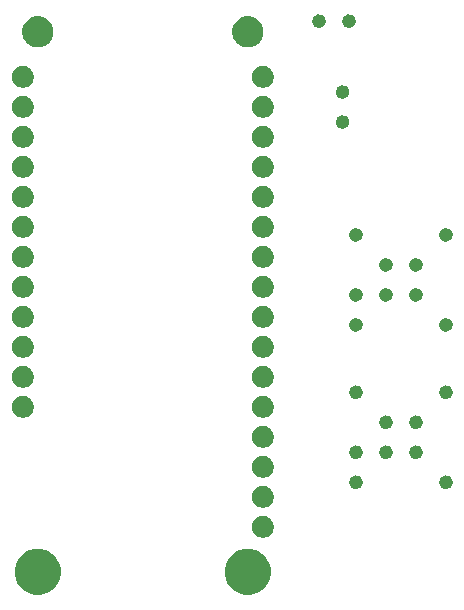
<source format=gbs>
G04 #@! TF.GenerationSoftware,KiCad,Pcbnew,(5.1.0)-1*
G04 #@! TF.CreationDate,2019-11-28T11:04:33+01:00*
G04 #@! TF.ProjectId,main_PCB_3,6d61696e-5f50-4434-925f-332e6b696361,rev?*
G04 #@! TF.SameCoordinates,Original*
G04 #@! TF.FileFunction,Soldermask,Bot*
G04 #@! TF.FilePolarity,Negative*
%FSLAX46Y46*%
G04 Gerber Fmt 4.6, Leading zero omitted, Abs format (unit mm)*
G04 Created by KiCad (PCBNEW (5.1.0)-1) date 2019-11-28 11:04:33*
%MOMM*%
%LPD*%
G04 APERTURE LIST*
%ADD10C,0.600000*%
%ADD11C,0.100000*%
G04 APERTURE END LIST*
D10*
X168840000Y-50000000D02*
G75*
G03X168840000Y-50000000I-300000J0D01*
G01*
X166300000Y-50000000D02*
G75*
G03X166300000Y-50000000I-300000J0D01*
G01*
X168300000Y-56000000D02*
G75*
G03X168300000Y-56000000I-300000J0D01*
G01*
X168300000Y-58540000D02*
G75*
G03X168300000Y-58540000I-300000J0D01*
G01*
X174510000Y-73180000D02*
G75*
G03X174510000Y-73180000I-300000J0D01*
G01*
X171970000Y-73180000D02*
G75*
G03X171970000Y-73180000I-300000J0D01*
G01*
X169430000Y-73180000D02*
G75*
G03X169430000Y-73180000I-300000J0D01*
G01*
X174510000Y-70640000D02*
G75*
G03X174510000Y-70640000I-300000J0D01*
G01*
X171970000Y-70640000D02*
G75*
G03X171970000Y-70640000I-300000J0D01*
G01*
X169430000Y-68100000D02*
G75*
G03X169430000Y-68100000I-300000J0D01*
G01*
X177050000Y-68100000D02*
G75*
G03X177050000Y-68100000I-300000J0D01*
G01*
X177050000Y-75720000D02*
G75*
G03X177050000Y-75720000I-300000J0D01*
G01*
X169430000Y-75720000D02*
G75*
G03X169430000Y-75720000I-300000J0D01*
G01*
X177050000Y-81420000D02*
G75*
G03X177050000Y-81420000I-300000J0D01*
G01*
X169430000Y-81420000D02*
G75*
G03X169430000Y-81420000I-300000J0D01*
G01*
X171970000Y-83960000D02*
G75*
G03X171970000Y-83960000I-300000J0D01*
G01*
X174510000Y-83960000D02*
G75*
G03X174510000Y-83960000I-300000J0D01*
G01*
X174510000Y-86500000D02*
G75*
G03X174510000Y-86500000I-300000J0D01*
G01*
X171970000Y-86500000D02*
G75*
G03X171970000Y-86500000I-300000J0D01*
G01*
X169430000Y-86500000D02*
G75*
G03X169430000Y-86500000I-300000J0D01*
G01*
X169430000Y-89040000D02*
G75*
G03X169430000Y-89040000I-300000J0D01*
G01*
X177050000Y-89040000D02*
G75*
G03X177050000Y-89040000I-300000J0D01*
G01*
D11*
G36*
X160414579Y-94714112D02*
G01*
X160540544Y-94739168D01*
X160687991Y-94800243D01*
X160896512Y-94886615D01*
X160896513Y-94886616D01*
X161216877Y-95100676D01*
X161489324Y-95373123D01*
X161632355Y-95587184D01*
X161703385Y-95693488D01*
X161850832Y-96049457D01*
X161926000Y-96427349D01*
X161926000Y-96812651D01*
X161850832Y-97190543D01*
X161703385Y-97546512D01*
X161703384Y-97546513D01*
X161489324Y-97866877D01*
X161216877Y-98139324D01*
X161002816Y-98282355D01*
X160896512Y-98353385D01*
X160687991Y-98439757D01*
X160540544Y-98500832D01*
X160414579Y-98525888D01*
X160162651Y-98576000D01*
X159777349Y-98576000D01*
X159525421Y-98525888D01*
X159399456Y-98500832D01*
X159252009Y-98439757D01*
X159043488Y-98353385D01*
X158937184Y-98282355D01*
X158723123Y-98139324D01*
X158450676Y-97866877D01*
X158236616Y-97546513D01*
X158236615Y-97546512D01*
X158089168Y-97190543D01*
X158014000Y-96812651D01*
X158014000Y-96427349D01*
X158089168Y-96049457D01*
X158236615Y-95693488D01*
X158307645Y-95587184D01*
X158450676Y-95373123D01*
X158723123Y-95100676D01*
X159043487Y-94886616D01*
X159043488Y-94886615D01*
X159252009Y-94800243D01*
X159399456Y-94739168D01*
X159525421Y-94714112D01*
X159777349Y-94664000D01*
X160162651Y-94664000D01*
X160414579Y-94714112D01*
X160414579Y-94714112D01*
G37*
G36*
X142634579Y-94714112D02*
G01*
X142760544Y-94739168D01*
X142907991Y-94800243D01*
X143116512Y-94886615D01*
X143116513Y-94886616D01*
X143436877Y-95100676D01*
X143709324Y-95373123D01*
X143852355Y-95587184D01*
X143923385Y-95693488D01*
X144070832Y-96049457D01*
X144146000Y-96427349D01*
X144146000Y-96812651D01*
X144070832Y-97190543D01*
X143923385Y-97546512D01*
X143923384Y-97546513D01*
X143709324Y-97866877D01*
X143436877Y-98139324D01*
X143222816Y-98282355D01*
X143116512Y-98353385D01*
X142907991Y-98439757D01*
X142760544Y-98500832D01*
X142634579Y-98525888D01*
X142382651Y-98576000D01*
X141997349Y-98576000D01*
X141745421Y-98525888D01*
X141619456Y-98500832D01*
X141472009Y-98439757D01*
X141263488Y-98353385D01*
X141157184Y-98282355D01*
X140943123Y-98139324D01*
X140670676Y-97866877D01*
X140456616Y-97546513D01*
X140456615Y-97546512D01*
X140309168Y-97190543D01*
X140234000Y-96812651D01*
X140234000Y-96427349D01*
X140309168Y-96049457D01*
X140456615Y-95693488D01*
X140527645Y-95587184D01*
X140670676Y-95373123D01*
X140943123Y-95100676D01*
X141263487Y-94886616D01*
X141263488Y-94886615D01*
X141472009Y-94800243D01*
X141619456Y-94739168D01*
X141745421Y-94714112D01*
X141997349Y-94664000D01*
X142382651Y-94664000D01*
X142634579Y-94714112D01*
X142634579Y-94714112D01*
G37*
G36*
X161514187Y-91906123D02*
G01*
X161685255Y-91976982D01*
X161685257Y-91976983D01*
X161762758Y-92028768D01*
X161839214Y-92079854D01*
X161970146Y-92210786D01*
X162073018Y-92364745D01*
X162143877Y-92535813D01*
X162180000Y-92717417D01*
X162180000Y-92902583D01*
X162143877Y-93084187D01*
X162073018Y-93255255D01*
X162073017Y-93255257D01*
X161970145Y-93409215D01*
X161839215Y-93540145D01*
X161685257Y-93643017D01*
X161685256Y-93643018D01*
X161685255Y-93643018D01*
X161514187Y-93713877D01*
X161332583Y-93750000D01*
X161147417Y-93750000D01*
X160965813Y-93713877D01*
X160794745Y-93643018D01*
X160794744Y-93643018D01*
X160794743Y-93643017D01*
X160640785Y-93540145D01*
X160509855Y-93409215D01*
X160406983Y-93255257D01*
X160406982Y-93255255D01*
X160336123Y-93084187D01*
X160300000Y-92902583D01*
X160300000Y-92717417D01*
X160336123Y-92535813D01*
X160406982Y-92364745D01*
X160509854Y-92210786D01*
X160640786Y-92079854D01*
X160717242Y-92028768D01*
X160794743Y-91976983D01*
X160794745Y-91976982D01*
X160965813Y-91906123D01*
X161147417Y-91870000D01*
X161332583Y-91870000D01*
X161514187Y-91906123D01*
X161514187Y-91906123D01*
G37*
G36*
X161514187Y-89366123D02*
G01*
X161685255Y-89436982D01*
X161685257Y-89436983D01*
X161762758Y-89488768D01*
X161839214Y-89539854D01*
X161970146Y-89670786D01*
X162073018Y-89824745D01*
X162143877Y-89995813D01*
X162180000Y-90177417D01*
X162180000Y-90362583D01*
X162143877Y-90544187D01*
X162073018Y-90715255D01*
X162073017Y-90715257D01*
X161970145Y-90869215D01*
X161839215Y-91000145D01*
X161685257Y-91103017D01*
X161685256Y-91103018D01*
X161685255Y-91103018D01*
X161514187Y-91173877D01*
X161332583Y-91210000D01*
X161147417Y-91210000D01*
X160965813Y-91173877D01*
X160794745Y-91103018D01*
X160794744Y-91103018D01*
X160794743Y-91103017D01*
X160640785Y-91000145D01*
X160509855Y-90869215D01*
X160406983Y-90715257D01*
X160406982Y-90715255D01*
X160336123Y-90544187D01*
X160300000Y-90362583D01*
X160300000Y-90177417D01*
X160336123Y-89995813D01*
X160406982Y-89824745D01*
X160509854Y-89670786D01*
X160640786Y-89539854D01*
X160717242Y-89488768D01*
X160794743Y-89436983D01*
X160794745Y-89436982D01*
X160965813Y-89366123D01*
X161147417Y-89330000D01*
X161332583Y-89330000D01*
X161514187Y-89366123D01*
X161514187Y-89366123D01*
G37*
G36*
X161514187Y-86826123D02*
G01*
X161685255Y-86896982D01*
X161685257Y-86896983D01*
X161762758Y-86948768D01*
X161839214Y-86999854D01*
X161970146Y-87130786D01*
X162073018Y-87284745D01*
X162143877Y-87455813D01*
X162180000Y-87637417D01*
X162180000Y-87822583D01*
X162143877Y-88004187D01*
X162073018Y-88175255D01*
X162073017Y-88175257D01*
X161970145Y-88329215D01*
X161839215Y-88460145D01*
X161685257Y-88563017D01*
X161685256Y-88563018D01*
X161685255Y-88563018D01*
X161514187Y-88633877D01*
X161332583Y-88670000D01*
X161147417Y-88670000D01*
X160965813Y-88633877D01*
X160794745Y-88563018D01*
X160794744Y-88563018D01*
X160794743Y-88563017D01*
X160640785Y-88460145D01*
X160509855Y-88329215D01*
X160406983Y-88175257D01*
X160406982Y-88175255D01*
X160336123Y-88004187D01*
X160300000Y-87822583D01*
X160300000Y-87637417D01*
X160336123Y-87455813D01*
X160406982Y-87284745D01*
X160509854Y-87130786D01*
X160640786Y-86999854D01*
X160717242Y-86948768D01*
X160794743Y-86896983D01*
X160794745Y-86896982D01*
X160965813Y-86826123D01*
X161147417Y-86790000D01*
X161332583Y-86790000D01*
X161514187Y-86826123D01*
X161514187Y-86826123D01*
G37*
G36*
X161514187Y-84286123D02*
G01*
X161685255Y-84356982D01*
X161685257Y-84356983D01*
X161762758Y-84408768D01*
X161839214Y-84459854D01*
X161970146Y-84590786D01*
X162073018Y-84744745D01*
X162143877Y-84915813D01*
X162180000Y-85097417D01*
X162180000Y-85282583D01*
X162143877Y-85464187D01*
X162073018Y-85635255D01*
X162073017Y-85635257D01*
X161970145Y-85789215D01*
X161839215Y-85920145D01*
X161685257Y-86023017D01*
X161685256Y-86023018D01*
X161685255Y-86023018D01*
X161514187Y-86093877D01*
X161332583Y-86130000D01*
X161147417Y-86130000D01*
X160965813Y-86093877D01*
X160794745Y-86023018D01*
X160794744Y-86023018D01*
X160794743Y-86023017D01*
X160640785Y-85920145D01*
X160509855Y-85789215D01*
X160406983Y-85635257D01*
X160406982Y-85635255D01*
X160336123Y-85464187D01*
X160300000Y-85282583D01*
X160300000Y-85097417D01*
X160336123Y-84915813D01*
X160406982Y-84744745D01*
X160509854Y-84590786D01*
X160640786Y-84459854D01*
X160717242Y-84408768D01*
X160794743Y-84356983D01*
X160794745Y-84356982D01*
X160965813Y-84286123D01*
X161147417Y-84250000D01*
X161332583Y-84250000D01*
X161514187Y-84286123D01*
X161514187Y-84286123D01*
G37*
G36*
X141194187Y-81746123D02*
G01*
X141365255Y-81816982D01*
X141365257Y-81816983D01*
X141442758Y-81868768D01*
X141519214Y-81919854D01*
X141650146Y-82050786D01*
X141753018Y-82204745D01*
X141823877Y-82375813D01*
X141860000Y-82557417D01*
X141860000Y-82742583D01*
X141823877Y-82924187D01*
X141753018Y-83095255D01*
X141753017Y-83095257D01*
X141650145Y-83249215D01*
X141519215Y-83380145D01*
X141365257Y-83483017D01*
X141365256Y-83483018D01*
X141365255Y-83483018D01*
X141194187Y-83553877D01*
X141012583Y-83590000D01*
X140827417Y-83590000D01*
X140645813Y-83553877D01*
X140474745Y-83483018D01*
X140474744Y-83483018D01*
X140474743Y-83483017D01*
X140320785Y-83380145D01*
X140189855Y-83249215D01*
X140086983Y-83095257D01*
X140086982Y-83095255D01*
X140016123Y-82924187D01*
X139980000Y-82742583D01*
X139980000Y-82557417D01*
X140016123Y-82375813D01*
X140086982Y-82204745D01*
X140189854Y-82050786D01*
X140320786Y-81919854D01*
X140397242Y-81868768D01*
X140474743Y-81816983D01*
X140474745Y-81816982D01*
X140645813Y-81746123D01*
X140827417Y-81710000D01*
X141012583Y-81710000D01*
X141194187Y-81746123D01*
X141194187Y-81746123D01*
G37*
G36*
X161514187Y-81746123D02*
G01*
X161685255Y-81816982D01*
X161685257Y-81816983D01*
X161762758Y-81868768D01*
X161839214Y-81919854D01*
X161970146Y-82050786D01*
X162073018Y-82204745D01*
X162143877Y-82375813D01*
X162180000Y-82557417D01*
X162180000Y-82742583D01*
X162143877Y-82924187D01*
X162073018Y-83095255D01*
X162073017Y-83095257D01*
X161970145Y-83249215D01*
X161839215Y-83380145D01*
X161685257Y-83483017D01*
X161685256Y-83483018D01*
X161685255Y-83483018D01*
X161514187Y-83553877D01*
X161332583Y-83590000D01*
X161147417Y-83590000D01*
X160965813Y-83553877D01*
X160794745Y-83483018D01*
X160794744Y-83483018D01*
X160794743Y-83483017D01*
X160640785Y-83380145D01*
X160509855Y-83249215D01*
X160406983Y-83095257D01*
X160406982Y-83095255D01*
X160336123Y-82924187D01*
X160300000Y-82742583D01*
X160300000Y-82557417D01*
X160336123Y-82375813D01*
X160406982Y-82204745D01*
X160509854Y-82050786D01*
X160640786Y-81919854D01*
X160717242Y-81868768D01*
X160794743Y-81816983D01*
X160794745Y-81816982D01*
X160965813Y-81746123D01*
X161147417Y-81710000D01*
X161332583Y-81710000D01*
X161514187Y-81746123D01*
X161514187Y-81746123D01*
G37*
G36*
X161514187Y-79206123D02*
G01*
X161685255Y-79276982D01*
X161685257Y-79276983D01*
X161762758Y-79328768D01*
X161839214Y-79379854D01*
X161970146Y-79510786D01*
X162073018Y-79664745D01*
X162143877Y-79835813D01*
X162180000Y-80017417D01*
X162180000Y-80202583D01*
X162143877Y-80384187D01*
X162073018Y-80555255D01*
X162073017Y-80555257D01*
X161970145Y-80709215D01*
X161839215Y-80840145D01*
X161685257Y-80943017D01*
X161685256Y-80943018D01*
X161685255Y-80943018D01*
X161514187Y-81013877D01*
X161332583Y-81050000D01*
X161147417Y-81050000D01*
X160965813Y-81013877D01*
X160794745Y-80943018D01*
X160794744Y-80943018D01*
X160794743Y-80943017D01*
X160640785Y-80840145D01*
X160509855Y-80709215D01*
X160406983Y-80555257D01*
X160406982Y-80555255D01*
X160336123Y-80384187D01*
X160300000Y-80202583D01*
X160300000Y-80017417D01*
X160336123Y-79835813D01*
X160406982Y-79664745D01*
X160509854Y-79510786D01*
X160640786Y-79379854D01*
X160717242Y-79328768D01*
X160794743Y-79276983D01*
X160794745Y-79276982D01*
X160965813Y-79206123D01*
X161147417Y-79170000D01*
X161332583Y-79170000D01*
X161514187Y-79206123D01*
X161514187Y-79206123D01*
G37*
G36*
X141194187Y-79206123D02*
G01*
X141365255Y-79276982D01*
X141365257Y-79276983D01*
X141442758Y-79328768D01*
X141519214Y-79379854D01*
X141650146Y-79510786D01*
X141753018Y-79664745D01*
X141823877Y-79835813D01*
X141860000Y-80017417D01*
X141860000Y-80202583D01*
X141823877Y-80384187D01*
X141753018Y-80555255D01*
X141753017Y-80555257D01*
X141650145Y-80709215D01*
X141519215Y-80840145D01*
X141365257Y-80943017D01*
X141365256Y-80943018D01*
X141365255Y-80943018D01*
X141194187Y-81013877D01*
X141012583Y-81050000D01*
X140827417Y-81050000D01*
X140645813Y-81013877D01*
X140474745Y-80943018D01*
X140474744Y-80943018D01*
X140474743Y-80943017D01*
X140320785Y-80840145D01*
X140189855Y-80709215D01*
X140086983Y-80555257D01*
X140086982Y-80555255D01*
X140016123Y-80384187D01*
X139980000Y-80202583D01*
X139980000Y-80017417D01*
X140016123Y-79835813D01*
X140086982Y-79664745D01*
X140189854Y-79510786D01*
X140320786Y-79379854D01*
X140397242Y-79328768D01*
X140474743Y-79276983D01*
X140474745Y-79276982D01*
X140645813Y-79206123D01*
X140827417Y-79170000D01*
X141012583Y-79170000D01*
X141194187Y-79206123D01*
X141194187Y-79206123D01*
G37*
G36*
X161514187Y-76666123D02*
G01*
X161685255Y-76736982D01*
X161685257Y-76736983D01*
X161762758Y-76788768D01*
X161839214Y-76839854D01*
X161970146Y-76970786D01*
X162073018Y-77124745D01*
X162143877Y-77295813D01*
X162180000Y-77477417D01*
X162180000Y-77662583D01*
X162143877Y-77844187D01*
X162073018Y-78015255D01*
X162073017Y-78015257D01*
X161970145Y-78169215D01*
X161839215Y-78300145D01*
X161685257Y-78403017D01*
X161685256Y-78403018D01*
X161685255Y-78403018D01*
X161514187Y-78473877D01*
X161332583Y-78510000D01*
X161147417Y-78510000D01*
X160965813Y-78473877D01*
X160794745Y-78403018D01*
X160794744Y-78403018D01*
X160794743Y-78403017D01*
X160640785Y-78300145D01*
X160509855Y-78169215D01*
X160406983Y-78015257D01*
X160406982Y-78015255D01*
X160336123Y-77844187D01*
X160300000Y-77662583D01*
X160300000Y-77477417D01*
X160336123Y-77295813D01*
X160406982Y-77124745D01*
X160509854Y-76970786D01*
X160640786Y-76839854D01*
X160717242Y-76788768D01*
X160794743Y-76736983D01*
X160794745Y-76736982D01*
X160965813Y-76666123D01*
X161147417Y-76630000D01*
X161332583Y-76630000D01*
X161514187Y-76666123D01*
X161514187Y-76666123D01*
G37*
G36*
X141194187Y-76666123D02*
G01*
X141365255Y-76736982D01*
X141365257Y-76736983D01*
X141442758Y-76788768D01*
X141519214Y-76839854D01*
X141650146Y-76970786D01*
X141753018Y-77124745D01*
X141823877Y-77295813D01*
X141860000Y-77477417D01*
X141860000Y-77662583D01*
X141823877Y-77844187D01*
X141753018Y-78015255D01*
X141753017Y-78015257D01*
X141650145Y-78169215D01*
X141519215Y-78300145D01*
X141365257Y-78403017D01*
X141365256Y-78403018D01*
X141365255Y-78403018D01*
X141194187Y-78473877D01*
X141012583Y-78510000D01*
X140827417Y-78510000D01*
X140645813Y-78473877D01*
X140474745Y-78403018D01*
X140474744Y-78403018D01*
X140474743Y-78403017D01*
X140320785Y-78300145D01*
X140189855Y-78169215D01*
X140086983Y-78015257D01*
X140086982Y-78015255D01*
X140016123Y-77844187D01*
X139980000Y-77662583D01*
X139980000Y-77477417D01*
X140016123Y-77295813D01*
X140086982Y-77124745D01*
X140189854Y-76970786D01*
X140320786Y-76839854D01*
X140397242Y-76788768D01*
X140474743Y-76736983D01*
X140474745Y-76736982D01*
X140645813Y-76666123D01*
X140827417Y-76630000D01*
X141012583Y-76630000D01*
X141194187Y-76666123D01*
X141194187Y-76666123D01*
G37*
G36*
X141194187Y-74126123D02*
G01*
X141365255Y-74196982D01*
X141365257Y-74196983D01*
X141442758Y-74248768D01*
X141519214Y-74299854D01*
X141650146Y-74430786D01*
X141753018Y-74584745D01*
X141823877Y-74755813D01*
X141860000Y-74937417D01*
X141860000Y-75122583D01*
X141823877Y-75304187D01*
X141753018Y-75475255D01*
X141753017Y-75475257D01*
X141650145Y-75629215D01*
X141519215Y-75760145D01*
X141365257Y-75863017D01*
X141365256Y-75863018D01*
X141365255Y-75863018D01*
X141194187Y-75933877D01*
X141012583Y-75970000D01*
X140827417Y-75970000D01*
X140645813Y-75933877D01*
X140474745Y-75863018D01*
X140474744Y-75863018D01*
X140474743Y-75863017D01*
X140320785Y-75760145D01*
X140189855Y-75629215D01*
X140086983Y-75475257D01*
X140086982Y-75475255D01*
X140016123Y-75304187D01*
X139980000Y-75122583D01*
X139980000Y-74937417D01*
X140016123Y-74755813D01*
X140086982Y-74584745D01*
X140189854Y-74430786D01*
X140320786Y-74299854D01*
X140397242Y-74248768D01*
X140474743Y-74196983D01*
X140474745Y-74196982D01*
X140645813Y-74126123D01*
X140827417Y-74090000D01*
X141012583Y-74090000D01*
X141194187Y-74126123D01*
X141194187Y-74126123D01*
G37*
G36*
X161514187Y-74126123D02*
G01*
X161685255Y-74196982D01*
X161685257Y-74196983D01*
X161762758Y-74248768D01*
X161839214Y-74299854D01*
X161970146Y-74430786D01*
X162073018Y-74584745D01*
X162143877Y-74755813D01*
X162180000Y-74937417D01*
X162180000Y-75122583D01*
X162143877Y-75304187D01*
X162073018Y-75475255D01*
X162073017Y-75475257D01*
X161970145Y-75629215D01*
X161839215Y-75760145D01*
X161685257Y-75863017D01*
X161685256Y-75863018D01*
X161685255Y-75863018D01*
X161514187Y-75933877D01*
X161332583Y-75970000D01*
X161147417Y-75970000D01*
X160965813Y-75933877D01*
X160794745Y-75863018D01*
X160794744Y-75863018D01*
X160794743Y-75863017D01*
X160640785Y-75760145D01*
X160509855Y-75629215D01*
X160406983Y-75475257D01*
X160406982Y-75475255D01*
X160336123Y-75304187D01*
X160300000Y-75122583D01*
X160300000Y-74937417D01*
X160336123Y-74755813D01*
X160406982Y-74584745D01*
X160509854Y-74430786D01*
X160640786Y-74299854D01*
X160717242Y-74248768D01*
X160794743Y-74196983D01*
X160794745Y-74196982D01*
X160965813Y-74126123D01*
X161147417Y-74090000D01*
X161332583Y-74090000D01*
X161514187Y-74126123D01*
X161514187Y-74126123D01*
G37*
G36*
X161514187Y-71586123D02*
G01*
X161685255Y-71656982D01*
X161685257Y-71656983D01*
X161762758Y-71708768D01*
X161839214Y-71759854D01*
X161970146Y-71890786D01*
X162073018Y-72044745D01*
X162143877Y-72215813D01*
X162180000Y-72397417D01*
X162180000Y-72582583D01*
X162143877Y-72764187D01*
X162073018Y-72935255D01*
X162073017Y-72935257D01*
X161970145Y-73089215D01*
X161839215Y-73220145D01*
X161685257Y-73323017D01*
X161685256Y-73323018D01*
X161685255Y-73323018D01*
X161514187Y-73393877D01*
X161332583Y-73430000D01*
X161147417Y-73430000D01*
X160965813Y-73393877D01*
X160794745Y-73323018D01*
X160794744Y-73323018D01*
X160794743Y-73323017D01*
X160640785Y-73220145D01*
X160509855Y-73089215D01*
X160406983Y-72935257D01*
X160406982Y-72935255D01*
X160336123Y-72764187D01*
X160300000Y-72582583D01*
X160300000Y-72397417D01*
X160336123Y-72215813D01*
X160406982Y-72044745D01*
X160509854Y-71890786D01*
X160640786Y-71759854D01*
X160717242Y-71708768D01*
X160794743Y-71656983D01*
X160794745Y-71656982D01*
X160965813Y-71586123D01*
X161147417Y-71550000D01*
X161332583Y-71550000D01*
X161514187Y-71586123D01*
X161514187Y-71586123D01*
G37*
G36*
X141194187Y-71586123D02*
G01*
X141365255Y-71656982D01*
X141365257Y-71656983D01*
X141442758Y-71708768D01*
X141519214Y-71759854D01*
X141650146Y-71890786D01*
X141753018Y-72044745D01*
X141823877Y-72215813D01*
X141860000Y-72397417D01*
X141860000Y-72582583D01*
X141823877Y-72764187D01*
X141753018Y-72935255D01*
X141753017Y-72935257D01*
X141650145Y-73089215D01*
X141519215Y-73220145D01*
X141365257Y-73323017D01*
X141365256Y-73323018D01*
X141365255Y-73323018D01*
X141194187Y-73393877D01*
X141012583Y-73430000D01*
X140827417Y-73430000D01*
X140645813Y-73393877D01*
X140474745Y-73323018D01*
X140474744Y-73323018D01*
X140474743Y-73323017D01*
X140320785Y-73220145D01*
X140189855Y-73089215D01*
X140086983Y-72935257D01*
X140086982Y-72935255D01*
X140016123Y-72764187D01*
X139980000Y-72582583D01*
X139980000Y-72397417D01*
X140016123Y-72215813D01*
X140086982Y-72044745D01*
X140189854Y-71890786D01*
X140320786Y-71759854D01*
X140397242Y-71708768D01*
X140474743Y-71656983D01*
X140474745Y-71656982D01*
X140645813Y-71586123D01*
X140827417Y-71550000D01*
X141012583Y-71550000D01*
X141194187Y-71586123D01*
X141194187Y-71586123D01*
G37*
G36*
X161514187Y-69046123D02*
G01*
X161685255Y-69116982D01*
X161685257Y-69116983D01*
X161762758Y-69168768D01*
X161839214Y-69219854D01*
X161970146Y-69350786D01*
X162073018Y-69504745D01*
X162143877Y-69675813D01*
X162180000Y-69857417D01*
X162180000Y-70042583D01*
X162143877Y-70224187D01*
X162073018Y-70395255D01*
X162073017Y-70395257D01*
X161970145Y-70549215D01*
X161839215Y-70680145D01*
X161685257Y-70783017D01*
X161685256Y-70783018D01*
X161685255Y-70783018D01*
X161514187Y-70853877D01*
X161332583Y-70890000D01*
X161147417Y-70890000D01*
X160965813Y-70853877D01*
X160794745Y-70783018D01*
X160794744Y-70783018D01*
X160794743Y-70783017D01*
X160640785Y-70680145D01*
X160509855Y-70549215D01*
X160406983Y-70395257D01*
X160406982Y-70395255D01*
X160336123Y-70224187D01*
X160300000Y-70042583D01*
X160300000Y-69857417D01*
X160336123Y-69675813D01*
X160406982Y-69504745D01*
X160509854Y-69350786D01*
X160640786Y-69219854D01*
X160717242Y-69168768D01*
X160794743Y-69116983D01*
X160794745Y-69116982D01*
X160965813Y-69046123D01*
X161147417Y-69010000D01*
X161332583Y-69010000D01*
X161514187Y-69046123D01*
X161514187Y-69046123D01*
G37*
G36*
X141194187Y-69046123D02*
G01*
X141365255Y-69116982D01*
X141365257Y-69116983D01*
X141442758Y-69168768D01*
X141519214Y-69219854D01*
X141650146Y-69350786D01*
X141753018Y-69504745D01*
X141823877Y-69675813D01*
X141860000Y-69857417D01*
X141860000Y-70042583D01*
X141823877Y-70224187D01*
X141753018Y-70395255D01*
X141753017Y-70395257D01*
X141650145Y-70549215D01*
X141519215Y-70680145D01*
X141365257Y-70783017D01*
X141365256Y-70783018D01*
X141365255Y-70783018D01*
X141194187Y-70853877D01*
X141012583Y-70890000D01*
X140827417Y-70890000D01*
X140645813Y-70853877D01*
X140474745Y-70783018D01*
X140474744Y-70783018D01*
X140474743Y-70783017D01*
X140320785Y-70680145D01*
X140189855Y-70549215D01*
X140086983Y-70395257D01*
X140086982Y-70395255D01*
X140016123Y-70224187D01*
X139980000Y-70042583D01*
X139980000Y-69857417D01*
X140016123Y-69675813D01*
X140086982Y-69504745D01*
X140189854Y-69350786D01*
X140320786Y-69219854D01*
X140397242Y-69168768D01*
X140474743Y-69116983D01*
X140474745Y-69116982D01*
X140645813Y-69046123D01*
X140827417Y-69010000D01*
X141012583Y-69010000D01*
X141194187Y-69046123D01*
X141194187Y-69046123D01*
G37*
G36*
X161514187Y-66506123D02*
G01*
X161685255Y-66576982D01*
X161685257Y-66576983D01*
X161762758Y-66628768D01*
X161839214Y-66679854D01*
X161970146Y-66810786D01*
X162073018Y-66964745D01*
X162143877Y-67135813D01*
X162180000Y-67317417D01*
X162180000Y-67502583D01*
X162143877Y-67684187D01*
X162073018Y-67855255D01*
X162073017Y-67855257D01*
X161970145Y-68009215D01*
X161839215Y-68140145D01*
X161685257Y-68243017D01*
X161685256Y-68243018D01*
X161685255Y-68243018D01*
X161514187Y-68313877D01*
X161332583Y-68350000D01*
X161147417Y-68350000D01*
X160965813Y-68313877D01*
X160794745Y-68243018D01*
X160794744Y-68243018D01*
X160794743Y-68243017D01*
X160640785Y-68140145D01*
X160509855Y-68009215D01*
X160406983Y-67855257D01*
X160406982Y-67855255D01*
X160336123Y-67684187D01*
X160300000Y-67502583D01*
X160300000Y-67317417D01*
X160336123Y-67135813D01*
X160406982Y-66964745D01*
X160509854Y-66810786D01*
X160640786Y-66679854D01*
X160717242Y-66628768D01*
X160794743Y-66576983D01*
X160794745Y-66576982D01*
X160965813Y-66506123D01*
X161147417Y-66470000D01*
X161332583Y-66470000D01*
X161514187Y-66506123D01*
X161514187Y-66506123D01*
G37*
G36*
X141194187Y-66506123D02*
G01*
X141365255Y-66576982D01*
X141365257Y-66576983D01*
X141442758Y-66628768D01*
X141519214Y-66679854D01*
X141650146Y-66810786D01*
X141753018Y-66964745D01*
X141823877Y-67135813D01*
X141860000Y-67317417D01*
X141860000Y-67502583D01*
X141823877Y-67684187D01*
X141753018Y-67855255D01*
X141753017Y-67855257D01*
X141650145Y-68009215D01*
X141519215Y-68140145D01*
X141365257Y-68243017D01*
X141365256Y-68243018D01*
X141365255Y-68243018D01*
X141194187Y-68313877D01*
X141012583Y-68350000D01*
X140827417Y-68350000D01*
X140645813Y-68313877D01*
X140474745Y-68243018D01*
X140474744Y-68243018D01*
X140474743Y-68243017D01*
X140320785Y-68140145D01*
X140189855Y-68009215D01*
X140086983Y-67855257D01*
X140086982Y-67855255D01*
X140016123Y-67684187D01*
X139980000Y-67502583D01*
X139980000Y-67317417D01*
X140016123Y-67135813D01*
X140086982Y-66964745D01*
X140189854Y-66810786D01*
X140320786Y-66679854D01*
X140397242Y-66628768D01*
X140474743Y-66576983D01*
X140474745Y-66576982D01*
X140645813Y-66506123D01*
X140827417Y-66470000D01*
X141012583Y-66470000D01*
X141194187Y-66506123D01*
X141194187Y-66506123D01*
G37*
G36*
X161514187Y-63966123D02*
G01*
X161685255Y-64036982D01*
X161685257Y-64036983D01*
X161762758Y-64088768D01*
X161839214Y-64139854D01*
X161970146Y-64270786D01*
X162073018Y-64424745D01*
X162143877Y-64595813D01*
X162180000Y-64777417D01*
X162180000Y-64962583D01*
X162143877Y-65144187D01*
X162073018Y-65315255D01*
X162073017Y-65315257D01*
X161970145Y-65469215D01*
X161839215Y-65600145D01*
X161685257Y-65703017D01*
X161685256Y-65703018D01*
X161685255Y-65703018D01*
X161514187Y-65773877D01*
X161332583Y-65810000D01*
X161147417Y-65810000D01*
X160965813Y-65773877D01*
X160794745Y-65703018D01*
X160794744Y-65703018D01*
X160794743Y-65703017D01*
X160640785Y-65600145D01*
X160509855Y-65469215D01*
X160406983Y-65315257D01*
X160406982Y-65315255D01*
X160336123Y-65144187D01*
X160300000Y-64962583D01*
X160300000Y-64777417D01*
X160336123Y-64595813D01*
X160406982Y-64424745D01*
X160509854Y-64270786D01*
X160640786Y-64139854D01*
X160717242Y-64088768D01*
X160794743Y-64036983D01*
X160794745Y-64036982D01*
X160965813Y-63966123D01*
X161147417Y-63930000D01*
X161332583Y-63930000D01*
X161514187Y-63966123D01*
X161514187Y-63966123D01*
G37*
G36*
X141194187Y-63966123D02*
G01*
X141365255Y-64036982D01*
X141365257Y-64036983D01*
X141442758Y-64088768D01*
X141519214Y-64139854D01*
X141650146Y-64270786D01*
X141753018Y-64424745D01*
X141823877Y-64595813D01*
X141860000Y-64777417D01*
X141860000Y-64962583D01*
X141823877Y-65144187D01*
X141753018Y-65315255D01*
X141753017Y-65315257D01*
X141650145Y-65469215D01*
X141519215Y-65600145D01*
X141365257Y-65703017D01*
X141365256Y-65703018D01*
X141365255Y-65703018D01*
X141194187Y-65773877D01*
X141012583Y-65810000D01*
X140827417Y-65810000D01*
X140645813Y-65773877D01*
X140474745Y-65703018D01*
X140474744Y-65703018D01*
X140474743Y-65703017D01*
X140320785Y-65600145D01*
X140189855Y-65469215D01*
X140086983Y-65315257D01*
X140086982Y-65315255D01*
X140016123Y-65144187D01*
X139980000Y-64962583D01*
X139980000Y-64777417D01*
X140016123Y-64595813D01*
X140086982Y-64424745D01*
X140189854Y-64270786D01*
X140320786Y-64139854D01*
X140397242Y-64088768D01*
X140474743Y-64036983D01*
X140474745Y-64036982D01*
X140645813Y-63966123D01*
X140827417Y-63930000D01*
X141012583Y-63930000D01*
X141194187Y-63966123D01*
X141194187Y-63966123D01*
G37*
G36*
X141194187Y-61426123D02*
G01*
X141365255Y-61496982D01*
X141365257Y-61496983D01*
X141442758Y-61548768D01*
X141519214Y-61599854D01*
X141650146Y-61730786D01*
X141753018Y-61884745D01*
X141823877Y-62055813D01*
X141860000Y-62237417D01*
X141860000Y-62422583D01*
X141823877Y-62604187D01*
X141753018Y-62775255D01*
X141753017Y-62775257D01*
X141650145Y-62929215D01*
X141519215Y-63060145D01*
X141365257Y-63163017D01*
X141365256Y-63163018D01*
X141365255Y-63163018D01*
X141194187Y-63233877D01*
X141012583Y-63270000D01*
X140827417Y-63270000D01*
X140645813Y-63233877D01*
X140474745Y-63163018D01*
X140474744Y-63163018D01*
X140474743Y-63163017D01*
X140320785Y-63060145D01*
X140189855Y-62929215D01*
X140086983Y-62775257D01*
X140086982Y-62775255D01*
X140016123Y-62604187D01*
X139980000Y-62422583D01*
X139980000Y-62237417D01*
X140016123Y-62055813D01*
X140086982Y-61884745D01*
X140189854Y-61730786D01*
X140320786Y-61599854D01*
X140397242Y-61548768D01*
X140474743Y-61496983D01*
X140474745Y-61496982D01*
X140645813Y-61426123D01*
X140827417Y-61390000D01*
X141012583Y-61390000D01*
X141194187Y-61426123D01*
X141194187Y-61426123D01*
G37*
G36*
X161514187Y-61426123D02*
G01*
X161685255Y-61496982D01*
X161685257Y-61496983D01*
X161762758Y-61548768D01*
X161839214Y-61599854D01*
X161970146Y-61730786D01*
X162073018Y-61884745D01*
X162143877Y-62055813D01*
X162180000Y-62237417D01*
X162180000Y-62422583D01*
X162143877Y-62604187D01*
X162073018Y-62775255D01*
X162073017Y-62775257D01*
X161970145Y-62929215D01*
X161839215Y-63060145D01*
X161685257Y-63163017D01*
X161685256Y-63163018D01*
X161685255Y-63163018D01*
X161514187Y-63233877D01*
X161332583Y-63270000D01*
X161147417Y-63270000D01*
X160965813Y-63233877D01*
X160794745Y-63163018D01*
X160794744Y-63163018D01*
X160794743Y-63163017D01*
X160640785Y-63060145D01*
X160509855Y-62929215D01*
X160406983Y-62775257D01*
X160406982Y-62775255D01*
X160336123Y-62604187D01*
X160300000Y-62422583D01*
X160300000Y-62237417D01*
X160336123Y-62055813D01*
X160406982Y-61884745D01*
X160509854Y-61730786D01*
X160640786Y-61599854D01*
X160717242Y-61548768D01*
X160794743Y-61496983D01*
X160794745Y-61496982D01*
X160965813Y-61426123D01*
X161147417Y-61390000D01*
X161332583Y-61390000D01*
X161514187Y-61426123D01*
X161514187Y-61426123D01*
G37*
G36*
X141194187Y-58886123D02*
G01*
X141365255Y-58956982D01*
X141365257Y-58956983D01*
X141442758Y-59008768D01*
X141519214Y-59059854D01*
X141650146Y-59190786D01*
X141753018Y-59344745D01*
X141823877Y-59515813D01*
X141860000Y-59697417D01*
X141860000Y-59882583D01*
X141823877Y-60064187D01*
X141753018Y-60235255D01*
X141753017Y-60235257D01*
X141650145Y-60389215D01*
X141519215Y-60520145D01*
X141365257Y-60623017D01*
X141365256Y-60623018D01*
X141365255Y-60623018D01*
X141194187Y-60693877D01*
X141012583Y-60730000D01*
X140827417Y-60730000D01*
X140645813Y-60693877D01*
X140474745Y-60623018D01*
X140474744Y-60623018D01*
X140474743Y-60623017D01*
X140320785Y-60520145D01*
X140189855Y-60389215D01*
X140086983Y-60235257D01*
X140086982Y-60235255D01*
X140016123Y-60064187D01*
X139980000Y-59882583D01*
X139980000Y-59697417D01*
X140016123Y-59515813D01*
X140086982Y-59344745D01*
X140189854Y-59190786D01*
X140320786Y-59059854D01*
X140397242Y-59008768D01*
X140474743Y-58956983D01*
X140474745Y-58956982D01*
X140645813Y-58886123D01*
X140827417Y-58850000D01*
X141012583Y-58850000D01*
X141194187Y-58886123D01*
X141194187Y-58886123D01*
G37*
G36*
X161514187Y-58886123D02*
G01*
X161685255Y-58956982D01*
X161685257Y-58956983D01*
X161762758Y-59008768D01*
X161839214Y-59059854D01*
X161970146Y-59190786D01*
X162073018Y-59344745D01*
X162143877Y-59515813D01*
X162180000Y-59697417D01*
X162180000Y-59882583D01*
X162143877Y-60064187D01*
X162073018Y-60235255D01*
X162073017Y-60235257D01*
X161970145Y-60389215D01*
X161839215Y-60520145D01*
X161685257Y-60623017D01*
X161685256Y-60623018D01*
X161685255Y-60623018D01*
X161514187Y-60693877D01*
X161332583Y-60730000D01*
X161147417Y-60730000D01*
X160965813Y-60693877D01*
X160794745Y-60623018D01*
X160794744Y-60623018D01*
X160794743Y-60623017D01*
X160640785Y-60520145D01*
X160509855Y-60389215D01*
X160406983Y-60235257D01*
X160406982Y-60235255D01*
X160336123Y-60064187D01*
X160300000Y-59882583D01*
X160300000Y-59697417D01*
X160336123Y-59515813D01*
X160406982Y-59344745D01*
X160509854Y-59190786D01*
X160640786Y-59059854D01*
X160717242Y-59008768D01*
X160794743Y-58956983D01*
X160794745Y-58956982D01*
X160965813Y-58886123D01*
X161147417Y-58850000D01*
X161332583Y-58850000D01*
X161514187Y-58886123D01*
X161514187Y-58886123D01*
G37*
G36*
X141194187Y-56346123D02*
G01*
X141365255Y-56416982D01*
X141365257Y-56416983D01*
X141442758Y-56468768D01*
X141519214Y-56519854D01*
X141650146Y-56650786D01*
X141753018Y-56804745D01*
X141823877Y-56975813D01*
X141860000Y-57157417D01*
X141860000Y-57342583D01*
X141823877Y-57524187D01*
X141753018Y-57695255D01*
X141753017Y-57695257D01*
X141650145Y-57849215D01*
X141519215Y-57980145D01*
X141365257Y-58083017D01*
X141365256Y-58083018D01*
X141365255Y-58083018D01*
X141194187Y-58153877D01*
X141012583Y-58190000D01*
X140827417Y-58190000D01*
X140645813Y-58153877D01*
X140474745Y-58083018D01*
X140474744Y-58083018D01*
X140474743Y-58083017D01*
X140320785Y-57980145D01*
X140189855Y-57849215D01*
X140086983Y-57695257D01*
X140086982Y-57695255D01*
X140016123Y-57524187D01*
X139980000Y-57342583D01*
X139980000Y-57157417D01*
X140016123Y-56975813D01*
X140086982Y-56804745D01*
X140189854Y-56650786D01*
X140320786Y-56519854D01*
X140397242Y-56468768D01*
X140474743Y-56416983D01*
X140474745Y-56416982D01*
X140645813Y-56346123D01*
X140827417Y-56310000D01*
X141012583Y-56310000D01*
X141194187Y-56346123D01*
X141194187Y-56346123D01*
G37*
G36*
X161514187Y-56346123D02*
G01*
X161685255Y-56416982D01*
X161685257Y-56416983D01*
X161762758Y-56468768D01*
X161839214Y-56519854D01*
X161970146Y-56650786D01*
X162073018Y-56804745D01*
X162143877Y-56975813D01*
X162180000Y-57157417D01*
X162180000Y-57342583D01*
X162143877Y-57524187D01*
X162073018Y-57695255D01*
X162073017Y-57695257D01*
X161970145Y-57849215D01*
X161839215Y-57980145D01*
X161685257Y-58083017D01*
X161685256Y-58083018D01*
X161685255Y-58083018D01*
X161514187Y-58153877D01*
X161332583Y-58190000D01*
X161147417Y-58190000D01*
X160965813Y-58153877D01*
X160794745Y-58083018D01*
X160794744Y-58083018D01*
X160794743Y-58083017D01*
X160640785Y-57980145D01*
X160509855Y-57849215D01*
X160406983Y-57695257D01*
X160406982Y-57695255D01*
X160336123Y-57524187D01*
X160300000Y-57342583D01*
X160300000Y-57157417D01*
X160336123Y-56975813D01*
X160406982Y-56804745D01*
X160509854Y-56650786D01*
X160640786Y-56519854D01*
X160717242Y-56468768D01*
X160794743Y-56416983D01*
X160794745Y-56416982D01*
X160965813Y-56346123D01*
X161147417Y-56310000D01*
X161332583Y-56310000D01*
X161514187Y-56346123D01*
X161514187Y-56346123D01*
G37*
G36*
X161514187Y-53806123D02*
G01*
X161685255Y-53876982D01*
X161685257Y-53876983D01*
X161762758Y-53928768D01*
X161839214Y-53979854D01*
X161970146Y-54110786D01*
X162073018Y-54264745D01*
X162143877Y-54435813D01*
X162180000Y-54617417D01*
X162180000Y-54802583D01*
X162143877Y-54984187D01*
X162073018Y-55155255D01*
X162073017Y-55155257D01*
X161970145Y-55309215D01*
X161839215Y-55440145D01*
X161685257Y-55543017D01*
X161685256Y-55543018D01*
X161685255Y-55543018D01*
X161514187Y-55613877D01*
X161332583Y-55650000D01*
X161147417Y-55650000D01*
X160965813Y-55613877D01*
X160794745Y-55543018D01*
X160794744Y-55543018D01*
X160794743Y-55543017D01*
X160640785Y-55440145D01*
X160509855Y-55309215D01*
X160406983Y-55155257D01*
X160406982Y-55155255D01*
X160336123Y-54984187D01*
X160300000Y-54802583D01*
X160300000Y-54617417D01*
X160336123Y-54435813D01*
X160406982Y-54264745D01*
X160509854Y-54110786D01*
X160640786Y-53979854D01*
X160717242Y-53928768D01*
X160794743Y-53876983D01*
X160794745Y-53876982D01*
X160965813Y-53806123D01*
X161147417Y-53770000D01*
X161332583Y-53770000D01*
X161514187Y-53806123D01*
X161514187Y-53806123D01*
G37*
G36*
X141194187Y-53806123D02*
G01*
X141365255Y-53876982D01*
X141365257Y-53876983D01*
X141442758Y-53928768D01*
X141519214Y-53979854D01*
X141650146Y-54110786D01*
X141753018Y-54264745D01*
X141823877Y-54435813D01*
X141860000Y-54617417D01*
X141860000Y-54802583D01*
X141823877Y-54984187D01*
X141753018Y-55155255D01*
X141753017Y-55155257D01*
X141650145Y-55309215D01*
X141519215Y-55440145D01*
X141365257Y-55543017D01*
X141365256Y-55543018D01*
X141365255Y-55543018D01*
X141194187Y-55613877D01*
X141012583Y-55650000D01*
X140827417Y-55650000D01*
X140645813Y-55613877D01*
X140474745Y-55543018D01*
X140474744Y-55543018D01*
X140474743Y-55543017D01*
X140320785Y-55440145D01*
X140189855Y-55309215D01*
X140086983Y-55155257D01*
X140086982Y-55155255D01*
X140016123Y-54984187D01*
X139980000Y-54802583D01*
X139980000Y-54617417D01*
X140016123Y-54435813D01*
X140086982Y-54264745D01*
X140189854Y-54110786D01*
X140320786Y-53979854D01*
X140397242Y-53928768D01*
X140474743Y-53876983D01*
X140474745Y-53876982D01*
X140645813Y-53806123D01*
X140827417Y-53770000D01*
X141012583Y-53770000D01*
X141194187Y-53806123D01*
X141194187Y-53806123D01*
G37*
G36*
X142447714Y-49604382D02*
G01*
X142575322Y-49629765D01*
X142716148Y-49688097D01*
X142815727Y-49729344D01*
X142815728Y-49729345D01*
X143032089Y-49873912D01*
X143216088Y-50057911D01*
X143312685Y-50202479D01*
X143360656Y-50274273D01*
X143401903Y-50373852D01*
X143460235Y-50514678D01*
X143511000Y-50769893D01*
X143511000Y-51030107D01*
X143460235Y-51285322D01*
X143401903Y-51426148D01*
X143360656Y-51525727D01*
X143360655Y-51525728D01*
X143216088Y-51742089D01*
X143032089Y-51926088D01*
X142887521Y-52022685D01*
X142815727Y-52070656D01*
X142716148Y-52111903D01*
X142575322Y-52170235D01*
X142447715Y-52195617D01*
X142320109Y-52221000D01*
X142059891Y-52221000D01*
X141932285Y-52195617D01*
X141804678Y-52170235D01*
X141663852Y-52111903D01*
X141564273Y-52070656D01*
X141492479Y-52022685D01*
X141347911Y-51926088D01*
X141163912Y-51742089D01*
X141019345Y-51525728D01*
X141019344Y-51525727D01*
X140978097Y-51426148D01*
X140919765Y-51285322D01*
X140869000Y-51030107D01*
X140869000Y-50769893D01*
X140919765Y-50514678D01*
X140978097Y-50373852D01*
X141019344Y-50274273D01*
X141067315Y-50202479D01*
X141163912Y-50057911D01*
X141347911Y-49873912D01*
X141564272Y-49729345D01*
X141564273Y-49729344D01*
X141663852Y-49688097D01*
X141804678Y-49629765D01*
X141932286Y-49604382D01*
X142059891Y-49579000D01*
X142320109Y-49579000D01*
X142447714Y-49604382D01*
X142447714Y-49604382D01*
G37*
G36*
X160227714Y-49604382D02*
G01*
X160355322Y-49629765D01*
X160496148Y-49688097D01*
X160595727Y-49729344D01*
X160595728Y-49729345D01*
X160812089Y-49873912D01*
X160996088Y-50057911D01*
X161092685Y-50202479D01*
X161140656Y-50274273D01*
X161181903Y-50373852D01*
X161240235Y-50514678D01*
X161291000Y-50769893D01*
X161291000Y-51030107D01*
X161240235Y-51285322D01*
X161181903Y-51426148D01*
X161140656Y-51525727D01*
X161140655Y-51525728D01*
X160996088Y-51742089D01*
X160812089Y-51926088D01*
X160667521Y-52022685D01*
X160595727Y-52070656D01*
X160496148Y-52111903D01*
X160355322Y-52170235D01*
X160227715Y-52195617D01*
X160100109Y-52221000D01*
X159839891Y-52221000D01*
X159712285Y-52195617D01*
X159584678Y-52170235D01*
X159443852Y-52111903D01*
X159344273Y-52070656D01*
X159272479Y-52022685D01*
X159127911Y-51926088D01*
X158943912Y-51742089D01*
X158799345Y-51525728D01*
X158799344Y-51525727D01*
X158758097Y-51426148D01*
X158699765Y-51285322D01*
X158649000Y-51030107D01*
X158649000Y-50769893D01*
X158699765Y-50514678D01*
X158758097Y-50373852D01*
X158799344Y-50274273D01*
X158847315Y-50202479D01*
X158943912Y-50057911D01*
X159127911Y-49873912D01*
X159344272Y-49729345D01*
X159344273Y-49729344D01*
X159443852Y-49688097D01*
X159584678Y-49629765D01*
X159712286Y-49604382D01*
X159839891Y-49579000D01*
X160100109Y-49579000D01*
X160227714Y-49604382D01*
X160227714Y-49604382D01*
G37*
M02*

</source>
